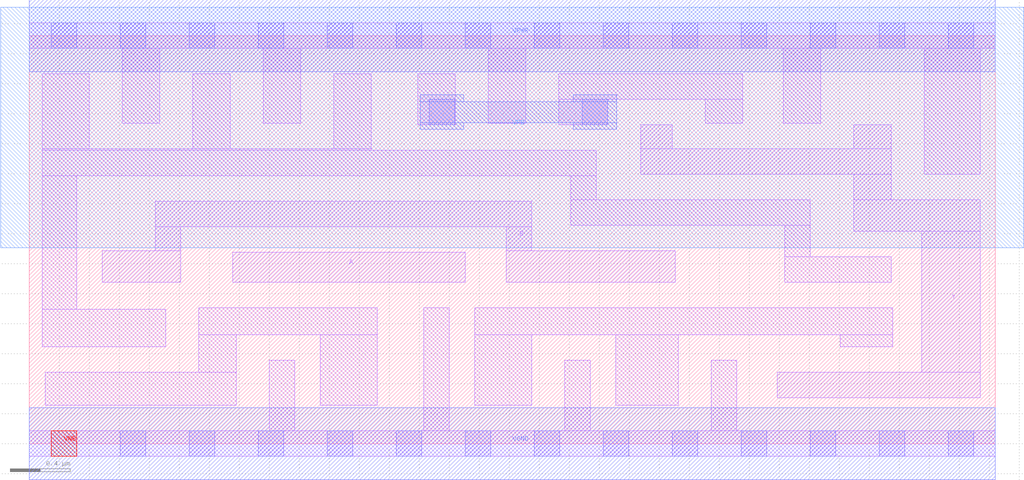
<source format=lef>
# Copyright 2020 The SkyWater PDK Authors
#
# Licensed under the Apache License, Version 2.0 (the "License");
# you may not use this file except in compliance with the License.
# You may obtain a copy of the License at
#
#     https://www.apache.org/licenses/LICENSE-2.0
#
# Unless required by applicable law or agreed to in writing, software
# distributed under the License is distributed on an "AS IS" BASIS,
# WITHOUT WARRANTIES OR CONDITIONS OF ANY KIND, either express or implied.
# See the License for the specific language governing permissions and
# limitations under the License.
#
# SPDX-License-Identifier: Apache-2.0

VERSION 5.7 ;
  NOWIREEXTENSIONATPIN ON ;
  DIVIDERCHAR "/" ;
  BUSBITCHARS "[]" ;
PROPERTYDEFINITIONS
  MACRO maskLayoutSubType STRING ;
  MACRO prCellType STRING ;
  MACRO originalViewName STRING ;
END PROPERTYDEFINITIONS
MACRO sky130_fd_sc_hdll__xnor2_2
  CLASS CORE ;
  FOREIGN sky130_fd_sc_hdll__xnor2_2 ;
  ORIGIN  0.000000  0.000000 ;
  SIZE  6.440000 BY  2.720000 ;
  SYMMETRY X Y R90 ;
  SITE unithd ;
  PIN A
    ANTENNAGATEAREA  1.110000 ;
    DIRECTION INPUT ;
    USE SIGNAL ;
    PORT
      LAYER li1 ;
        RECT 1.355000 1.075000 2.905000 1.275000 ;
    END
  END A
  PIN B
    ANTENNAGATEAREA  1.110000 ;
    DIRECTION INPUT ;
    USE SIGNAL ;
    PORT
      LAYER li1 ;
        RECT 0.485000 1.075000 1.010000 1.285000 ;
        RECT 0.840000 1.285000 1.010000 1.445000 ;
        RECT 0.840000 1.445000 3.350000 1.615000 ;
        RECT 3.180000 1.075000 4.305000 1.285000 ;
        RECT 3.180000 1.285000 3.350000 1.445000 ;
    END
  END B
  PIN VGND
    ANTENNADIFFAREA  0.734500 ;
    DIRECTION INOUT ;
    USE SIGNAL ;
    PORT
      LAYER met1 ;
        RECT 0.000000 -0.240000 6.440000 0.240000 ;
    END
  END VGND
  PIN VPWR
    ANTENNADIFFAREA  1.430000 ;
    DIRECTION INOUT ;
    USE SIGNAL ;
    PORT
      LAYER met1 ;
        RECT 0.000000 2.480000 6.440000 2.960000 ;
    END
  END VPWR
  PIN Y
    ANTENNADIFFAREA  0.953000 ;
    DIRECTION OUTPUT ;
    USE SIGNAL ;
    PORT
      LAYER li1 ;
        RECT 4.075000 1.795000 5.745000 1.965000 ;
        RECT 4.075000 1.965000 4.285000 2.125000 ;
        RECT 4.985000 0.305000 6.340000 0.475000 ;
        RECT 5.495000 1.415000 6.340000 1.625000 ;
        RECT 5.495000 1.625000 5.745000 1.795000 ;
        RECT 5.495000 1.965000 5.745000 2.125000 ;
        RECT 5.950000 0.475000 6.340000 1.415000 ;
    END
  END Y
  PIN VNB
    DIRECTION INOUT ;
    USE GROUND ;
    PORT
      LAYER pwell ;
        RECT 0.145000 -0.085000 0.315000 0.085000 ;
    END
  END VNB
  PIN VPB
    DIRECTION INOUT ;
    USE POWER ;
    PORT
      LAYER nwell ;
        RECT -0.190000 1.305000 6.630000 2.910000 ;
    END
  END VPB
  OBS
    LAYER li1 ;
      RECT 0.000000 -0.085000 6.440000 0.085000 ;
      RECT 0.000000  2.635000 6.440000 2.805000 ;
      RECT 0.085000  0.645000 0.910000 0.895000 ;
      RECT 0.085000  0.895000 0.315000 1.785000 ;
      RECT 0.085000  1.785000 3.780000 1.955000 ;
      RECT 0.085000  1.955000 2.280000 1.965000 ;
      RECT 0.085000  1.965000 0.400000 2.465000 ;
      RECT 0.105000  0.255000 1.380000 0.475000 ;
      RECT 0.620000  2.135000 0.870000 2.635000 ;
      RECT 1.090000  1.965000 1.340000 2.465000 ;
      RECT 1.130000  0.475000 1.380000 0.725000 ;
      RECT 1.130000  0.725000 2.320000 0.905000 ;
      RECT 1.560000  2.135000 1.810000 2.635000 ;
      RECT 1.600000  0.085000 1.770000 0.555000 ;
      RECT 1.940000  0.255000 2.320000 0.725000 ;
      RECT 2.030000  1.965000 2.280000 2.465000 ;
      RECT 2.590000  2.125000 2.840000 2.465000 ;
      RECT 2.630000  0.085000 2.800000 0.905000 ;
      RECT 2.970000  0.255000 3.350000 0.725000 ;
      RECT 2.970000  0.725000 5.755000 0.905000 ;
      RECT 3.060000  2.135000 3.310000 2.635000 ;
      RECT 3.530000  2.125000 3.855000 2.295000 ;
      RECT 3.530000  2.295000 4.755000 2.465000 ;
      RECT 3.570000  0.085000 3.740000 0.555000 ;
      RECT 3.610000  1.455000 5.205000 1.625000 ;
      RECT 3.610000  1.625000 3.780000 1.785000 ;
      RECT 3.910000  0.255000 4.325000 0.725000 ;
      RECT 4.505000  2.135000 4.755000 2.295000 ;
      RECT 4.545000  0.085000 4.715000 0.555000 ;
      RECT 5.025000  2.135000 5.275000 2.635000 ;
      RECT 5.035000  1.075000 5.745000 1.245000 ;
      RECT 5.035000  1.245000 5.205000 1.455000 ;
      RECT 5.405000  0.645000 5.755000 0.725000 ;
      RECT 5.965000  1.795000 6.340000 2.635000 ;
    LAYER mcon ;
      RECT 0.145000 -0.085000 0.315000 0.085000 ;
      RECT 0.145000  2.635000 0.315000 2.805000 ;
      RECT 0.605000 -0.085000 0.775000 0.085000 ;
      RECT 0.605000  2.635000 0.775000 2.805000 ;
      RECT 1.065000 -0.085000 1.235000 0.085000 ;
      RECT 1.065000  2.635000 1.235000 2.805000 ;
      RECT 1.525000 -0.085000 1.695000 0.085000 ;
      RECT 1.525000  2.635000 1.695000 2.805000 ;
      RECT 1.985000 -0.085000 2.155000 0.085000 ;
      RECT 1.985000  2.635000 2.155000 2.805000 ;
      RECT 2.445000 -0.085000 2.615000 0.085000 ;
      RECT 2.445000  2.635000 2.615000 2.805000 ;
      RECT 2.665000  2.125000 2.835000 2.295000 ;
      RECT 2.905000 -0.085000 3.075000 0.085000 ;
      RECT 2.905000  2.635000 3.075000 2.805000 ;
      RECT 3.365000 -0.085000 3.535000 0.085000 ;
      RECT 3.365000  2.635000 3.535000 2.805000 ;
      RECT 3.685000  2.125000 3.855000 2.295000 ;
      RECT 3.825000 -0.085000 3.995000 0.085000 ;
      RECT 3.825000  2.635000 3.995000 2.805000 ;
      RECT 4.285000 -0.085000 4.455000 0.085000 ;
      RECT 4.285000  2.635000 4.455000 2.805000 ;
      RECT 4.745000 -0.085000 4.915000 0.085000 ;
      RECT 4.745000  2.635000 4.915000 2.805000 ;
      RECT 5.205000 -0.085000 5.375000 0.085000 ;
      RECT 5.205000  2.635000 5.375000 2.805000 ;
      RECT 5.665000 -0.085000 5.835000 0.085000 ;
      RECT 5.665000  2.635000 5.835000 2.805000 ;
      RECT 6.125000 -0.085000 6.295000 0.085000 ;
      RECT 6.125000  2.635000 6.295000 2.805000 ;
    LAYER met1 ;
      RECT 2.605000 2.095000 2.895000 2.140000 ;
      RECT 2.605000 2.140000 3.915000 2.280000 ;
      RECT 2.605000 2.280000 2.895000 2.325000 ;
      RECT 3.625000 2.095000 3.915000 2.140000 ;
      RECT 3.625000 2.280000 3.915000 2.325000 ;
  END
  PROPERTY maskLayoutSubType "abstract" ;
  PROPERTY prCellType "standard" ;
  PROPERTY originalViewName "layout" ;
END sky130_fd_sc_hdll__xnor2_2
END LIBRARY

</source>
